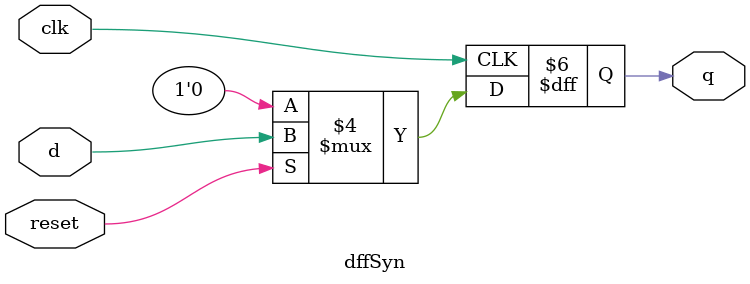
<source format=v>
`timescale 1ns / 1ps

module dffSyn(
    input wire d,
    input wire clk,
    input wire reset,
    output reg q
    );
    always @(posedge clk)begin
        // resetµÍµçÆ½ÉúÐ§£¬ÖÃÁãÊä³ö
        if(!reset)begin
            q <= 0;
        end
        else begin
            q <= d;
        end
    end
endmodule

</source>
